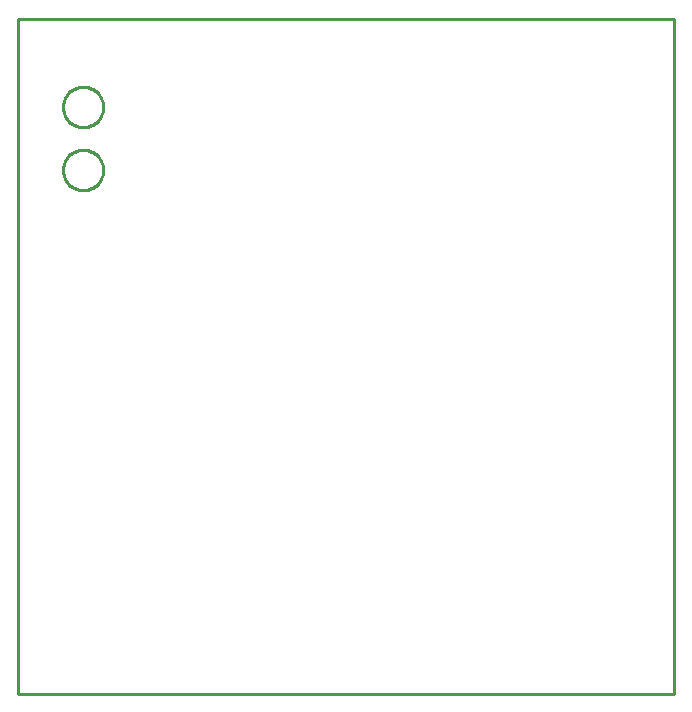
<source format=gbr>
G04 EAGLE Gerber RS-274X export*
G75*
%MOMM*%
%FSLAX34Y34*%
%LPD*%
%IN*%
%IPPOS*%
%AMOC8*
5,1,8,0,0,1.08239X$1,22.5*%
G01*
%ADD10C,0.254000*%


D10*
X12700Y228600D02*
X568200Y228600D01*
X568200Y800000D01*
X12700Y800000D01*
X12700Y228600D01*
X68375Y688848D02*
X69487Y688775D01*
X70592Y688630D01*
X71684Y688412D01*
X72761Y688124D01*
X73816Y687766D01*
X74845Y687339D01*
X75845Y686847D01*
X76809Y686289D01*
X77736Y685670D01*
X78620Y684992D01*
X79458Y684257D01*
X80245Y683470D01*
X80980Y682632D01*
X81658Y681748D01*
X82277Y680821D01*
X82835Y679857D01*
X83327Y678857D01*
X83754Y677828D01*
X84112Y676773D01*
X84400Y675696D01*
X84618Y674604D01*
X84763Y673499D01*
X84836Y672387D01*
X84836Y671273D01*
X84763Y670161D01*
X84618Y669056D01*
X84400Y667964D01*
X84112Y666887D01*
X83754Y665832D01*
X83327Y664803D01*
X82835Y663803D01*
X82277Y662839D01*
X81658Y661912D01*
X80980Y661028D01*
X80245Y660190D01*
X79458Y659403D01*
X78620Y658668D01*
X77736Y657990D01*
X76809Y657371D01*
X75845Y656813D01*
X74845Y656321D01*
X73816Y655894D01*
X72761Y655536D01*
X71684Y655248D01*
X70592Y655030D01*
X69487Y654885D01*
X68375Y654812D01*
X67261Y654812D01*
X66149Y654885D01*
X65044Y655030D01*
X63952Y655248D01*
X62875Y655536D01*
X61820Y655894D01*
X60791Y656321D01*
X59791Y656813D01*
X58827Y657371D01*
X57900Y657990D01*
X57016Y658668D01*
X56178Y659403D01*
X55391Y660190D01*
X54656Y661028D01*
X53978Y661912D01*
X53359Y662839D01*
X52801Y663803D01*
X52309Y664803D01*
X51882Y665832D01*
X51524Y666887D01*
X51236Y667964D01*
X51018Y669056D01*
X50873Y670161D01*
X50800Y671273D01*
X50800Y672387D01*
X50873Y673499D01*
X51018Y674604D01*
X51236Y675696D01*
X51524Y676773D01*
X51882Y677828D01*
X52309Y678857D01*
X52801Y679857D01*
X53359Y680821D01*
X53978Y681748D01*
X54656Y682632D01*
X55391Y683470D01*
X56178Y684257D01*
X57016Y684992D01*
X57900Y685670D01*
X58827Y686289D01*
X59791Y686847D01*
X60791Y687339D01*
X61820Y687766D01*
X62875Y688124D01*
X63952Y688412D01*
X65044Y688630D01*
X66149Y688775D01*
X67261Y688848D01*
X68375Y688848D01*
X68375Y742188D02*
X69487Y742115D01*
X70592Y741970D01*
X71684Y741752D01*
X72761Y741464D01*
X73816Y741106D01*
X74845Y740679D01*
X75845Y740187D01*
X76809Y739629D01*
X77736Y739010D01*
X78620Y738332D01*
X79458Y737597D01*
X80245Y736810D01*
X80980Y735972D01*
X81658Y735088D01*
X82277Y734161D01*
X82835Y733197D01*
X83327Y732197D01*
X83754Y731168D01*
X84112Y730113D01*
X84400Y729036D01*
X84618Y727944D01*
X84763Y726839D01*
X84836Y725727D01*
X84836Y724613D01*
X84763Y723501D01*
X84618Y722396D01*
X84400Y721304D01*
X84112Y720227D01*
X83754Y719172D01*
X83327Y718143D01*
X82835Y717143D01*
X82277Y716179D01*
X81658Y715252D01*
X80980Y714368D01*
X80245Y713530D01*
X79458Y712743D01*
X78620Y712008D01*
X77736Y711330D01*
X76809Y710711D01*
X75845Y710153D01*
X74845Y709661D01*
X73816Y709234D01*
X72761Y708876D01*
X71684Y708588D01*
X70592Y708370D01*
X69487Y708225D01*
X68375Y708152D01*
X67261Y708152D01*
X66149Y708225D01*
X65044Y708370D01*
X63952Y708588D01*
X62875Y708876D01*
X61820Y709234D01*
X60791Y709661D01*
X59791Y710153D01*
X58827Y710711D01*
X57900Y711330D01*
X57016Y712008D01*
X56178Y712743D01*
X55391Y713530D01*
X54656Y714368D01*
X53978Y715252D01*
X53359Y716179D01*
X52801Y717143D01*
X52309Y718143D01*
X51882Y719172D01*
X51524Y720227D01*
X51236Y721304D01*
X51018Y722396D01*
X50873Y723501D01*
X50800Y724613D01*
X50800Y725727D01*
X50873Y726839D01*
X51018Y727944D01*
X51236Y729036D01*
X51524Y730113D01*
X51882Y731168D01*
X52309Y732197D01*
X52801Y733197D01*
X53359Y734161D01*
X53978Y735088D01*
X54656Y735972D01*
X55391Y736810D01*
X56178Y737597D01*
X57016Y738332D01*
X57900Y739010D01*
X58827Y739629D01*
X59791Y740187D01*
X60791Y740679D01*
X61820Y741106D01*
X62875Y741464D01*
X63952Y741752D01*
X65044Y741970D01*
X66149Y742115D01*
X67261Y742188D01*
X68375Y742188D01*
M02*

</source>
